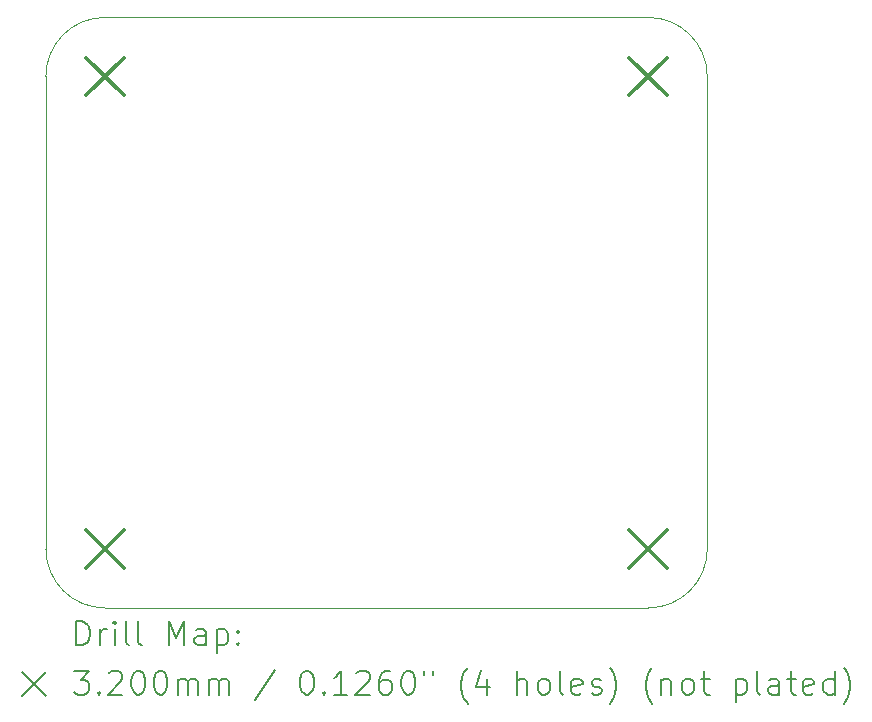
<source format=gbr>
%TF.GenerationSoftware,KiCad,Pcbnew,8.0.7*%
%TF.CreationDate,2025-03-05T10:45:31+02:00*%
%TF.ProjectId,H bridge,48206272-6964-4676-952e-6b696361645f,rev?*%
%TF.SameCoordinates,Original*%
%TF.FileFunction,Drillmap*%
%TF.FilePolarity,Positive*%
%FSLAX45Y45*%
G04 Gerber Fmt 4.5, Leading zero omitted, Abs format (unit mm)*
G04 Created by KiCad (PCBNEW 8.0.7) date 2025-03-05 10:45:31*
%MOMM*%
%LPD*%
G01*
G04 APERTURE LIST*
%ADD10C,0.050000*%
%ADD11C,0.200000*%
%ADD12C,0.320000*%
G04 APERTURE END LIST*
D10*
X15600000Y-8750000D02*
X15600000Y-4750000D01*
X15600000Y-8750000D02*
G75*
G02*
X15100000Y-9250000I-500000J0D01*
G01*
X15100000Y-4250000D02*
G75*
G02*
X15600000Y-4750000I0J-500000D01*
G01*
X15100000Y-4250000D02*
X10500000Y-4250000D01*
X10000000Y-4750000D02*
X10000000Y-8750000D01*
X10000000Y-4750000D02*
G75*
G02*
X10500000Y-4250000I500000J0D01*
G01*
X10500000Y-9250000D02*
G75*
G02*
X10000000Y-8750000I0J500000D01*
G01*
X10500000Y-9250000D02*
X15100000Y-9250000D01*
D11*
D12*
X10340000Y-4590000D02*
X10660000Y-4910000D01*
X10660000Y-4590000D02*
X10340000Y-4910000D01*
X10340000Y-8590000D02*
X10660000Y-8910000D01*
X10660000Y-8590000D02*
X10340000Y-8910000D01*
X14940000Y-4590000D02*
X15260000Y-4910000D01*
X15260000Y-4590000D02*
X14940000Y-4910000D01*
X14940000Y-8590000D02*
X15260000Y-8910000D01*
X15260000Y-8590000D02*
X14940000Y-8910000D01*
D11*
X10258277Y-9563984D02*
X10258277Y-9363984D01*
X10258277Y-9363984D02*
X10305896Y-9363984D01*
X10305896Y-9363984D02*
X10334467Y-9373508D01*
X10334467Y-9373508D02*
X10353515Y-9392555D01*
X10353515Y-9392555D02*
X10363039Y-9411603D01*
X10363039Y-9411603D02*
X10372563Y-9449698D01*
X10372563Y-9449698D02*
X10372563Y-9478270D01*
X10372563Y-9478270D02*
X10363039Y-9516365D01*
X10363039Y-9516365D02*
X10353515Y-9535412D01*
X10353515Y-9535412D02*
X10334467Y-9554460D01*
X10334467Y-9554460D02*
X10305896Y-9563984D01*
X10305896Y-9563984D02*
X10258277Y-9563984D01*
X10458277Y-9563984D02*
X10458277Y-9430650D01*
X10458277Y-9468746D02*
X10467801Y-9449698D01*
X10467801Y-9449698D02*
X10477324Y-9440174D01*
X10477324Y-9440174D02*
X10496372Y-9430650D01*
X10496372Y-9430650D02*
X10515420Y-9430650D01*
X10582086Y-9563984D02*
X10582086Y-9430650D01*
X10582086Y-9363984D02*
X10572563Y-9373508D01*
X10572563Y-9373508D02*
X10582086Y-9383031D01*
X10582086Y-9383031D02*
X10591610Y-9373508D01*
X10591610Y-9373508D02*
X10582086Y-9363984D01*
X10582086Y-9363984D02*
X10582086Y-9383031D01*
X10705896Y-9563984D02*
X10686848Y-9554460D01*
X10686848Y-9554460D02*
X10677324Y-9535412D01*
X10677324Y-9535412D02*
X10677324Y-9363984D01*
X10810658Y-9563984D02*
X10791610Y-9554460D01*
X10791610Y-9554460D02*
X10782086Y-9535412D01*
X10782086Y-9535412D02*
X10782086Y-9363984D01*
X11039229Y-9563984D02*
X11039229Y-9363984D01*
X11039229Y-9363984D02*
X11105896Y-9506841D01*
X11105896Y-9506841D02*
X11172563Y-9363984D01*
X11172563Y-9363984D02*
X11172563Y-9563984D01*
X11353515Y-9563984D02*
X11353515Y-9459222D01*
X11353515Y-9459222D02*
X11343991Y-9440174D01*
X11343991Y-9440174D02*
X11324943Y-9430650D01*
X11324943Y-9430650D02*
X11286848Y-9430650D01*
X11286848Y-9430650D02*
X11267801Y-9440174D01*
X11353515Y-9554460D02*
X11334467Y-9563984D01*
X11334467Y-9563984D02*
X11286848Y-9563984D01*
X11286848Y-9563984D02*
X11267801Y-9554460D01*
X11267801Y-9554460D02*
X11258277Y-9535412D01*
X11258277Y-9535412D02*
X11258277Y-9516365D01*
X11258277Y-9516365D02*
X11267801Y-9497317D01*
X11267801Y-9497317D02*
X11286848Y-9487793D01*
X11286848Y-9487793D02*
X11334467Y-9487793D01*
X11334467Y-9487793D02*
X11353515Y-9478270D01*
X11448753Y-9430650D02*
X11448753Y-9630650D01*
X11448753Y-9440174D02*
X11467801Y-9430650D01*
X11467801Y-9430650D02*
X11505896Y-9430650D01*
X11505896Y-9430650D02*
X11524943Y-9440174D01*
X11524943Y-9440174D02*
X11534467Y-9449698D01*
X11534467Y-9449698D02*
X11543991Y-9468746D01*
X11543991Y-9468746D02*
X11543991Y-9525889D01*
X11543991Y-9525889D02*
X11534467Y-9544936D01*
X11534467Y-9544936D02*
X11524943Y-9554460D01*
X11524943Y-9554460D02*
X11505896Y-9563984D01*
X11505896Y-9563984D02*
X11467801Y-9563984D01*
X11467801Y-9563984D02*
X11448753Y-9554460D01*
X11629705Y-9544936D02*
X11639229Y-9554460D01*
X11639229Y-9554460D02*
X11629705Y-9563984D01*
X11629705Y-9563984D02*
X11620182Y-9554460D01*
X11620182Y-9554460D02*
X11629705Y-9544936D01*
X11629705Y-9544936D02*
X11629705Y-9563984D01*
X11629705Y-9440174D02*
X11639229Y-9449698D01*
X11639229Y-9449698D02*
X11629705Y-9459222D01*
X11629705Y-9459222D02*
X11620182Y-9449698D01*
X11620182Y-9449698D02*
X11629705Y-9440174D01*
X11629705Y-9440174D02*
X11629705Y-9459222D01*
X9797500Y-9792500D02*
X9997500Y-9992500D01*
X9997500Y-9792500D02*
X9797500Y-9992500D01*
X10239229Y-9783984D02*
X10363039Y-9783984D01*
X10363039Y-9783984D02*
X10296372Y-9860174D01*
X10296372Y-9860174D02*
X10324944Y-9860174D01*
X10324944Y-9860174D02*
X10343991Y-9869698D01*
X10343991Y-9869698D02*
X10353515Y-9879222D01*
X10353515Y-9879222D02*
X10363039Y-9898270D01*
X10363039Y-9898270D02*
X10363039Y-9945889D01*
X10363039Y-9945889D02*
X10353515Y-9964936D01*
X10353515Y-9964936D02*
X10343991Y-9974460D01*
X10343991Y-9974460D02*
X10324944Y-9983984D01*
X10324944Y-9983984D02*
X10267801Y-9983984D01*
X10267801Y-9983984D02*
X10248753Y-9974460D01*
X10248753Y-9974460D02*
X10239229Y-9964936D01*
X10448753Y-9964936D02*
X10458277Y-9974460D01*
X10458277Y-9974460D02*
X10448753Y-9983984D01*
X10448753Y-9983984D02*
X10439229Y-9974460D01*
X10439229Y-9974460D02*
X10448753Y-9964936D01*
X10448753Y-9964936D02*
X10448753Y-9983984D01*
X10534467Y-9803031D02*
X10543991Y-9793508D01*
X10543991Y-9793508D02*
X10563039Y-9783984D01*
X10563039Y-9783984D02*
X10610658Y-9783984D01*
X10610658Y-9783984D02*
X10629705Y-9793508D01*
X10629705Y-9793508D02*
X10639229Y-9803031D01*
X10639229Y-9803031D02*
X10648753Y-9822079D01*
X10648753Y-9822079D02*
X10648753Y-9841127D01*
X10648753Y-9841127D02*
X10639229Y-9869698D01*
X10639229Y-9869698D02*
X10524944Y-9983984D01*
X10524944Y-9983984D02*
X10648753Y-9983984D01*
X10772563Y-9783984D02*
X10791610Y-9783984D01*
X10791610Y-9783984D02*
X10810658Y-9793508D01*
X10810658Y-9793508D02*
X10820182Y-9803031D01*
X10820182Y-9803031D02*
X10829705Y-9822079D01*
X10829705Y-9822079D02*
X10839229Y-9860174D01*
X10839229Y-9860174D02*
X10839229Y-9907793D01*
X10839229Y-9907793D02*
X10829705Y-9945889D01*
X10829705Y-9945889D02*
X10820182Y-9964936D01*
X10820182Y-9964936D02*
X10810658Y-9974460D01*
X10810658Y-9974460D02*
X10791610Y-9983984D01*
X10791610Y-9983984D02*
X10772563Y-9983984D01*
X10772563Y-9983984D02*
X10753515Y-9974460D01*
X10753515Y-9974460D02*
X10743991Y-9964936D01*
X10743991Y-9964936D02*
X10734467Y-9945889D01*
X10734467Y-9945889D02*
X10724944Y-9907793D01*
X10724944Y-9907793D02*
X10724944Y-9860174D01*
X10724944Y-9860174D02*
X10734467Y-9822079D01*
X10734467Y-9822079D02*
X10743991Y-9803031D01*
X10743991Y-9803031D02*
X10753515Y-9793508D01*
X10753515Y-9793508D02*
X10772563Y-9783984D01*
X10963039Y-9783984D02*
X10982086Y-9783984D01*
X10982086Y-9783984D02*
X11001134Y-9793508D01*
X11001134Y-9793508D02*
X11010658Y-9803031D01*
X11010658Y-9803031D02*
X11020182Y-9822079D01*
X11020182Y-9822079D02*
X11029705Y-9860174D01*
X11029705Y-9860174D02*
X11029705Y-9907793D01*
X11029705Y-9907793D02*
X11020182Y-9945889D01*
X11020182Y-9945889D02*
X11010658Y-9964936D01*
X11010658Y-9964936D02*
X11001134Y-9974460D01*
X11001134Y-9974460D02*
X10982086Y-9983984D01*
X10982086Y-9983984D02*
X10963039Y-9983984D01*
X10963039Y-9983984D02*
X10943991Y-9974460D01*
X10943991Y-9974460D02*
X10934467Y-9964936D01*
X10934467Y-9964936D02*
X10924944Y-9945889D01*
X10924944Y-9945889D02*
X10915420Y-9907793D01*
X10915420Y-9907793D02*
X10915420Y-9860174D01*
X10915420Y-9860174D02*
X10924944Y-9822079D01*
X10924944Y-9822079D02*
X10934467Y-9803031D01*
X10934467Y-9803031D02*
X10943991Y-9793508D01*
X10943991Y-9793508D02*
X10963039Y-9783984D01*
X11115420Y-9983984D02*
X11115420Y-9850650D01*
X11115420Y-9869698D02*
X11124944Y-9860174D01*
X11124944Y-9860174D02*
X11143991Y-9850650D01*
X11143991Y-9850650D02*
X11172563Y-9850650D01*
X11172563Y-9850650D02*
X11191610Y-9860174D01*
X11191610Y-9860174D02*
X11201134Y-9879222D01*
X11201134Y-9879222D02*
X11201134Y-9983984D01*
X11201134Y-9879222D02*
X11210658Y-9860174D01*
X11210658Y-9860174D02*
X11229705Y-9850650D01*
X11229705Y-9850650D02*
X11258277Y-9850650D01*
X11258277Y-9850650D02*
X11277324Y-9860174D01*
X11277324Y-9860174D02*
X11286848Y-9879222D01*
X11286848Y-9879222D02*
X11286848Y-9983984D01*
X11382086Y-9983984D02*
X11382086Y-9850650D01*
X11382086Y-9869698D02*
X11391610Y-9860174D01*
X11391610Y-9860174D02*
X11410658Y-9850650D01*
X11410658Y-9850650D02*
X11439229Y-9850650D01*
X11439229Y-9850650D02*
X11458277Y-9860174D01*
X11458277Y-9860174D02*
X11467801Y-9879222D01*
X11467801Y-9879222D02*
X11467801Y-9983984D01*
X11467801Y-9879222D02*
X11477324Y-9860174D01*
X11477324Y-9860174D02*
X11496372Y-9850650D01*
X11496372Y-9850650D02*
X11524943Y-9850650D01*
X11524943Y-9850650D02*
X11543991Y-9860174D01*
X11543991Y-9860174D02*
X11553515Y-9879222D01*
X11553515Y-9879222D02*
X11553515Y-9983984D01*
X11943991Y-9774460D02*
X11772563Y-10031603D01*
X12201134Y-9783984D02*
X12220182Y-9783984D01*
X12220182Y-9783984D02*
X12239229Y-9793508D01*
X12239229Y-9793508D02*
X12248753Y-9803031D01*
X12248753Y-9803031D02*
X12258277Y-9822079D01*
X12258277Y-9822079D02*
X12267801Y-9860174D01*
X12267801Y-9860174D02*
X12267801Y-9907793D01*
X12267801Y-9907793D02*
X12258277Y-9945889D01*
X12258277Y-9945889D02*
X12248753Y-9964936D01*
X12248753Y-9964936D02*
X12239229Y-9974460D01*
X12239229Y-9974460D02*
X12220182Y-9983984D01*
X12220182Y-9983984D02*
X12201134Y-9983984D01*
X12201134Y-9983984D02*
X12182086Y-9974460D01*
X12182086Y-9974460D02*
X12172563Y-9964936D01*
X12172563Y-9964936D02*
X12163039Y-9945889D01*
X12163039Y-9945889D02*
X12153515Y-9907793D01*
X12153515Y-9907793D02*
X12153515Y-9860174D01*
X12153515Y-9860174D02*
X12163039Y-9822079D01*
X12163039Y-9822079D02*
X12172563Y-9803031D01*
X12172563Y-9803031D02*
X12182086Y-9793508D01*
X12182086Y-9793508D02*
X12201134Y-9783984D01*
X12353515Y-9964936D02*
X12363039Y-9974460D01*
X12363039Y-9974460D02*
X12353515Y-9983984D01*
X12353515Y-9983984D02*
X12343991Y-9974460D01*
X12343991Y-9974460D02*
X12353515Y-9964936D01*
X12353515Y-9964936D02*
X12353515Y-9983984D01*
X12553515Y-9983984D02*
X12439229Y-9983984D01*
X12496372Y-9983984D02*
X12496372Y-9783984D01*
X12496372Y-9783984D02*
X12477325Y-9812555D01*
X12477325Y-9812555D02*
X12458277Y-9831603D01*
X12458277Y-9831603D02*
X12439229Y-9841127D01*
X12629706Y-9803031D02*
X12639229Y-9793508D01*
X12639229Y-9793508D02*
X12658277Y-9783984D01*
X12658277Y-9783984D02*
X12705896Y-9783984D01*
X12705896Y-9783984D02*
X12724944Y-9793508D01*
X12724944Y-9793508D02*
X12734467Y-9803031D01*
X12734467Y-9803031D02*
X12743991Y-9822079D01*
X12743991Y-9822079D02*
X12743991Y-9841127D01*
X12743991Y-9841127D02*
X12734467Y-9869698D01*
X12734467Y-9869698D02*
X12620182Y-9983984D01*
X12620182Y-9983984D02*
X12743991Y-9983984D01*
X12915420Y-9783984D02*
X12877325Y-9783984D01*
X12877325Y-9783984D02*
X12858277Y-9793508D01*
X12858277Y-9793508D02*
X12848753Y-9803031D01*
X12848753Y-9803031D02*
X12829706Y-9831603D01*
X12829706Y-9831603D02*
X12820182Y-9869698D01*
X12820182Y-9869698D02*
X12820182Y-9945889D01*
X12820182Y-9945889D02*
X12829706Y-9964936D01*
X12829706Y-9964936D02*
X12839229Y-9974460D01*
X12839229Y-9974460D02*
X12858277Y-9983984D01*
X12858277Y-9983984D02*
X12896372Y-9983984D01*
X12896372Y-9983984D02*
X12915420Y-9974460D01*
X12915420Y-9974460D02*
X12924944Y-9964936D01*
X12924944Y-9964936D02*
X12934467Y-9945889D01*
X12934467Y-9945889D02*
X12934467Y-9898270D01*
X12934467Y-9898270D02*
X12924944Y-9879222D01*
X12924944Y-9879222D02*
X12915420Y-9869698D01*
X12915420Y-9869698D02*
X12896372Y-9860174D01*
X12896372Y-9860174D02*
X12858277Y-9860174D01*
X12858277Y-9860174D02*
X12839229Y-9869698D01*
X12839229Y-9869698D02*
X12829706Y-9879222D01*
X12829706Y-9879222D02*
X12820182Y-9898270D01*
X13058277Y-9783984D02*
X13077325Y-9783984D01*
X13077325Y-9783984D02*
X13096372Y-9793508D01*
X13096372Y-9793508D02*
X13105896Y-9803031D01*
X13105896Y-9803031D02*
X13115420Y-9822079D01*
X13115420Y-9822079D02*
X13124944Y-9860174D01*
X13124944Y-9860174D02*
X13124944Y-9907793D01*
X13124944Y-9907793D02*
X13115420Y-9945889D01*
X13115420Y-9945889D02*
X13105896Y-9964936D01*
X13105896Y-9964936D02*
X13096372Y-9974460D01*
X13096372Y-9974460D02*
X13077325Y-9983984D01*
X13077325Y-9983984D02*
X13058277Y-9983984D01*
X13058277Y-9983984D02*
X13039229Y-9974460D01*
X13039229Y-9974460D02*
X13029706Y-9964936D01*
X13029706Y-9964936D02*
X13020182Y-9945889D01*
X13020182Y-9945889D02*
X13010658Y-9907793D01*
X13010658Y-9907793D02*
X13010658Y-9860174D01*
X13010658Y-9860174D02*
X13020182Y-9822079D01*
X13020182Y-9822079D02*
X13029706Y-9803031D01*
X13029706Y-9803031D02*
X13039229Y-9793508D01*
X13039229Y-9793508D02*
X13058277Y-9783984D01*
X13201134Y-9783984D02*
X13201134Y-9822079D01*
X13277325Y-9783984D02*
X13277325Y-9822079D01*
X13572563Y-10060174D02*
X13563039Y-10050650D01*
X13563039Y-10050650D02*
X13543991Y-10022079D01*
X13543991Y-10022079D02*
X13534468Y-10003031D01*
X13534468Y-10003031D02*
X13524944Y-9974460D01*
X13524944Y-9974460D02*
X13515420Y-9926841D01*
X13515420Y-9926841D02*
X13515420Y-9888746D01*
X13515420Y-9888746D02*
X13524944Y-9841127D01*
X13524944Y-9841127D02*
X13534468Y-9812555D01*
X13534468Y-9812555D02*
X13543991Y-9793508D01*
X13543991Y-9793508D02*
X13563039Y-9764936D01*
X13563039Y-9764936D02*
X13572563Y-9755412D01*
X13734468Y-9850650D02*
X13734468Y-9983984D01*
X13686848Y-9774460D02*
X13639229Y-9917317D01*
X13639229Y-9917317D02*
X13763039Y-9917317D01*
X13991610Y-9983984D02*
X13991610Y-9783984D01*
X14077325Y-9983984D02*
X14077325Y-9879222D01*
X14077325Y-9879222D02*
X14067801Y-9860174D01*
X14067801Y-9860174D02*
X14048753Y-9850650D01*
X14048753Y-9850650D02*
X14020182Y-9850650D01*
X14020182Y-9850650D02*
X14001134Y-9860174D01*
X14001134Y-9860174D02*
X13991610Y-9869698D01*
X14201134Y-9983984D02*
X14182087Y-9974460D01*
X14182087Y-9974460D02*
X14172563Y-9964936D01*
X14172563Y-9964936D02*
X14163039Y-9945889D01*
X14163039Y-9945889D02*
X14163039Y-9888746D01*
X14163039Y-9888746D02*
X14172563Y-9869698D01*
X14172563Y-9869698D02*
X14182087Y-9860174D01*
X14182087Y-9860174D02*
X14201134Y-9850650D01*
X14201134Y-9850650D02*
X14229706Y-9850650D01*
X14229706Y-9850650D02*
X14248753Y-9860174D01*
X14248753Y-9860174D02*
X14258277Y-9869698D01*
X14258277Y-9869698D02*
X14267801Y-9888746D01*
X14267801Y-9888746D02*
X14267801Y-9945889D01*
X14267801Y-9945889D02*
X14258277Y-9964936D01*
X14258277Y-9964936D02*
X14248753Y-9974460D01*
X14248753Y-9974460D02*
X14229706Y-9983984D01*
X14229706Y-9983984D02*
X14201134Y-9983984D01*
X14382087Y-9983984D02*
X14363039Y-9974460D01*
X14363039Y-9974460D02*
X14353515Y-9955412D01*
X14353515Y-9955412D02*
X14353515Y-9783984D01*
X14534468Y-9974460D02*
X14515420Y-9983984D01*
X14515420Y-9983984D02*
X14477325Y-9983984D01*
X14477325Y-9983984D02*
X14458277Y-9974460D01*
X14458277Y-9974460D02*
X14448753Y-9955412D01*
X14448753Y-9955412D02*
X14448753Y-9879222D01*
X14448753Y-9879222D02*
X14458277Y-9860174D01*
X14458277Y-9860174D02*
X14477325Y-9850650D01*
X14477325Y-9850650D02*
X14515420Y-9850650D01*
X14515420Y-9850650D02*
X14534468Y-9860174D01*
X14534468Y-9860174D02*
X14543991Y-9879222D01*
X14543991Y-9879222D02*
X14543991Y-9898270D01*
X14543991Y-9898270D02*
X14448753Y-9917317D01*
X14620182Y-9974460D02*
X14639230Y-9983984D01*
X14639230Y-9983984D02*
X14677325Y-9983984D01*
X14677325Y-9983984D02*
X14696372Y-9974460D01*
X14696372Y-9974460D02*
X14705896Y-9955412D01*
X14705896Y-9955412D02*
X14705896Y-9945889D01*
X14705896Y-9945889D02*
X14696372Y-9926841D01*
X14696372Y-9926841D02*
X14677325Y-9917317D01*
X14677325Y-9917317D02*
X14648753Y-9917317D01*
X14648753Y-9917317D02*
X14629706Y-9907793D01*
X14629706Y-9907793D02*
X14620182Y-9888746D01*
X14620182Y-9888746D02*
X14620182Y-9879222D01*
X14620182Y-9879222D02*
X14629706Y-9860174D01*
X14629706Y-9860174D02*
X14648753Y-9850650D01*
X14648753Y-9850650D02*
X14677325Y-9850650D01*
X14677325Y-9850650D02*
X14696372Y-9860174D01*
X14772563Y-10060174D02*
X14782087Y-10050650D01*
X14782087Y-10050650D02*
X14801134Y-10022079D01*
X14801134Y-10022079D02*
X14810658Y-10003031D01*
X14810658Y-10003031D02*
X14820182Y-9974460D01*
X14820182Y-9974460D02*
X14829706Y-9926841D01*
X14829706Y-9926841D02*
X14829706Y-9888746D01*
X14829706Y-9888746D02*
X14820182Y-9841127D01*
X14820182Y-9841127D02*
X14810658Y-9812555D01*
X14810658Y-9812555D02*
X14801134Y-9793508D01*
X14801134Y-9793508D02*
X14782087Y-9764936D01*
X14782087Y-9764936D02*
X14772563Y-9755412D01*
X15134468Y-10060174D02*
X15124944Y-10050650D01*
X15124944Y-10050650D02*
X15105896Y-10022079D01*
X15105896Y-10022079D02*
X15096372Y-10003031D01*
X15096372Y-10003031D02*
X15086849Y-9974460D01*
X15086849Y-9974460D02*
X15077325Y-9926841D01*
X15077325Y-9926841D02*
X15077325Y-9888746D01*
X15077325Y-9888746D02*
X15086849Y-9841127D01*
X15086849Y-9841127D02*
X15096372Y-9812555D01*
X15096372Y-9812555D02*
X15105896Y-9793508D01*
X15105896Y-9793508D02*
X15124944Y-9764936D01*
X15124944Y-9764936D02*
X15134468Y-9755412D01*
X15210658Y-9850650D02*
X15210658Y-9983984D01*
X15210658Y-9869698D02*
X15220182Y-9860174D01*
X15220182Y-9860174D02*
X15239230Y-9850650D01*
X15239230Y-9850650D02*
X15267801Y-9850650D01*
X15267801Y-9850650D02*
X15286849Y-9860174D01*
X15286849Y-9860174D02*
X15296372Y-9879222D01*
X15296372Y-9879222D02*
X15296372Y-9983984D01*
X15420182Y-9983984D02*
X15401134Y-9974460D01*
X15401134Y-9974460D02*
X15391611Y-9964936D01*
X15391611Y-9964936D02*
X15382087Y-9945889D01*
X15382087Y-9945889D02*
X15382087Y-9888746D01*
X15382087Y-9888746D02*
X15391611Y-9869698D01*
X15391611Y-9869698D02*
X15401134Y-9860174D01*
X15401134Y-9860174D02*
X15420182Y-9850650D01*
X15420182Y-9850650D02*
X15448753Y-9850650D01*
X15448753Y-9850650D02*
X15467801Y-9860174D01*
X15467801Y-9860174D02*
X15477325Y-9869698D01*
X15477325Y-9869698D02*
X15486849Y-9888746D01*
X15486849Y-9888746D02*
X15486849Y-9945889D01*
X15486849Y-9945889D02*
X15477325Y-9964936D01*
X15477325Y-9964936D02*
X15467801Y-9974460D01*
X15467801Y-9974460D02*
X15448753Y-9983984D01*
X15448753Y-9983984D02*
X15420182Y-9983984D01*
X15543992Y-9850650D02*
X15620182Y-9850650D01*
X15572563Y-9783984D02*
X15572563Y-9955412D01*
X15572563Y-9955412D02*
X15582087Y-9974460D01*
X15582087Y-9974460D02*
X15601134Y-9983984D01*
X15601134Y-9983984D02*
X15620182Y-9983984D01*
X15839230Y-9850650D02*
X15839230Y-10050650D01*
X15839230Y-9860174D02*
X15858277Y-9850650D01*
X15858277Y-9850650D02*
X15896373Y-9850650D01*
X15896373Y-9850650D02*
X15915420Y-9860174D01*
X15915420Y-9860174D02*
X15924944Y-9869698D01*
X15924944Y-9869698D02*
X15934468Y-9888746D01*
X15934468Y-9888746D02*
X15934468Y-9945889D01*
X15934468Y-9945889D02*
X15924944Y-9964936D01*
X15924944Y-9964936D02*
X15915420Y-9974460D01*
X15915420Y-9974460D02*
X15896373Y-9983984D01*
X15896373Y-9983984D02*
X15858277Y-9983984D01*
X15858277Y-9983984D02*
X15839230Y-9974460D01*
X16048753Y-9983984D02*
X16029706Y-9974460D01*
X16029706Y-9974460D02*
X16020182Y-9955412D01*
X16020182Y-9955412D02*
X16020182Y-9783984D01*
X16210658Y-9983984D02*
X16210658Y-9879222D01*
X16210658Y-9879222D02*
X16201134Y-9860174D01*
X16201134Y-9860174D02*
X16182087Y-9850650D01*
X16182087Y-9850650D02*
X16143992Y-9850650D01*
X16143992Y-9850650D02*
X16124944Y-9860174D01*
X16210658Y-9974460D02*
X16191611Y-9983984D01*
X16191611Y-9983984D02*
X16143992Y-9983984D01*
X16143992Y-9983984D02*
X16124944Y-9974460D01*
X16124944Y-9974460D02*
X16115420Y-9955412D01*
X16115420Y-9955412D02*
X16115420Y-9936365D01*
X16115420Y-9936365D02*
X16124944Y-9917317D01*
X16124944Y-9917317D02*
X16143992Y-9907793D01*
X16143992Y-9907793D02*
X16191611Y-9907793D01*
X16191611Y-9907793D02*
X16210658Y-9898270D01*
X16277325Y-9850650D02*
X16353515Y-9850650D01*
X16305896Y-9783984D02*
X16305896Y-9955412D01*
X16305896Y-9955412D02*
X16315420Y-9974460D01*
X16315420Y-9974460D02*
X16334468Y-9983984D01*
X16334468Y-9983984D02*
X16353515Y-9983984D01*
X16496373Y-9974460D02*
X16477325Y-9983984D01*
X16477325Y-9983984D02*
X16439230Y-9983984D01*
X16439230Y-9983984D02*
X16420182Y-9974460D01*
X16420182Y-9974460D02*
X16410658Y-9955412D01*
X16410658Y-9955412D02*
X16410658Y-9879222D01*
X16410658Y-9879222D02*
X16420182Y-9860174D01*
X16420182Y-9860174D02*
X16439230Y-9850650D01*
X16439230Y-9850650D02*
X16477325Y-9850650D01*
X16477325Y-9850650D02*
X16496373Y-9860174D01*
X16496373Y-9860174D02*
X16505896Y-9879222D01*
X16505896Y-9879222D02*
X16505896Y-9898270D01*
X16505896Y-9898270D02*
X16410658Y-9917317D01*
X16677325Y-9983984D02*
X16677325Y-9783984D01*
X16677325Y-9974460D02*
X16658277Y-9983984D01*
X16658277Y-9983984D02*
X16620182Y-9983984D01*
X16620182Y-9983984D02*
X16601134Y-9974460D01*
X16601134Y-9974460D02*
X16591611Y-9964936D01*
X16591611Y-9964936D02*
X16582087Y-9945889D01*
X16582087Y-9945889D02*
X16582087Y-9888746D01*
X16582087Y-9888746D02*
X16591611Y-9869698D01*
X16591611Y-9869698D02*
X16601134Y-9860174D01*
X16601134Y-9860174D02*
X16620182Y-9850650D01*
X16620182Y-9850650D02*
X16658277Y-9850650D01*
X16658277Y-9850650D02*
X16677325Y-9860174D01*
X16753515Y-10060174D02*
X16763039Y-10050650D01*
X16763039Y-10050650D02*
X16782087Y-10022079D01*
X16782087Y-10022079D02*
X16791611Y-10003031D01*
X16791611Y-10003031D02*
X16801135Y-9974460D01*
X16801135Y-9974460D02*
X16810658Y-9926841D01*
X16810658Y-9926841D02*
X16810658Y-9888746D01*
X16810658Y-9888746D02*
X16801135Y-9841127D01*
X16801135Y-9841127D02*
X16791611Y-9812555D01*
X16791611Y-9812555D02*
X16782087Y-9793508D01*
X16782087Y-9793508D02*
X16763039Y-9764936D01*
X16763039Y-9764936D02*
X16753515Y-9755412D01*
M02*

</source>
